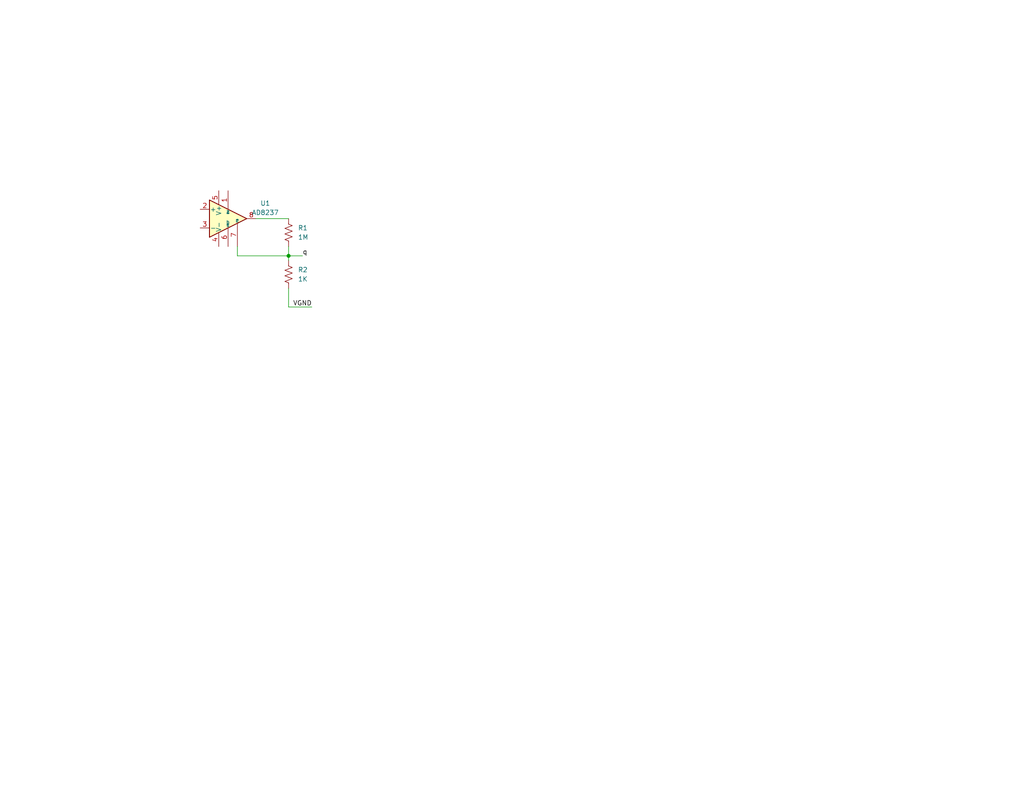
<source format=kicad_sch>
(kicad_sch (version 20230121) (generator eeschema)
  (paper "USLetter")
  (lib_symbols
    (symbol "Device:R_US" (pin_numbers hide) (pin_names (offset 0))
      (property "Reference" "R" (at 2.54 0 90))
      (property "Value" "R_US" (at -2.54 0 90))
      (symbol "R_US_0_1"
        (polyline (pts (xy 0 -2.286) (xy 0 -2.54)))
        (polyline (pts (xy 0 2.286) (xy 0 2.54)))
        (polyline (pts (xy 0 -0.762) (xy 1.016 -1.143) (xy 0 -1.524) (xy -1.016 -1.905) (xy 0 -2.286)))
        (polyline (pts (xy 0 0.762) (xy 1.016 0.381) (xy 0 0) (xy -1.016 -0.381) (xy 0 -0.762)))
        (polyline (pts (xy 0 2.286) (xy 1.016 1.905) (xy 0 1.524) (xy -1.016 1.143) (xy 0 0.762)))
      )
      (symbol "R_US_1_1"
        (pin passive line (at 0 3.81 270) (length 1.27) (name "~") (number "1"))
        (pin passive line (at 0 -3.81 90) (length 1.27) (name "~") (number "2"))
      )
    )
    (symbol "Senior_Project_Library:AD8237" (pin_names (offset 0.127))
      (property "Reference" "U" (at 3.81 3.175 0))
      (property "Value" "AD8237" (at 3.81 -3.175 0))
      (symbol "AD8237_0_1"
        (polyline (pts (xy 5.08 0) (xy -5.08 5.08) (xy -5.08 -5.08) (xy 5.08 0)) (stroke (width 0.254)) (fill (type background)))
      )
      (symbol "AD8237_1_1"
        (pin passive line (at 0 7.62 270) (length 5.08) (name "BW") (number "1"))
        (pin input line (at -7.62 2.54 0) (length 2.54) (name "+") (number "2"))
        (pin input line (at -7.62 -2.54 0) (length 2.54) (name "-") (number "3"))
        (pin power_in line (at -2.54 -7.62 90) (length 3.81) (name "V-") (number "4"))
        (pin power_in line (at -2.54 7.62 270) (length 3.81) (name "V+") (number "5"))
        (pin passive line (at 0 -7.62 90) (length 5.08) (name "VREF") (number "6"))
        (pin passive line (at 2.54 -7.62 90) (length 6.35) (name "FB") (number "7"))
        (pin output line (at 7.62 0 180) (length 2.54) (name "~") (number "8"))
      )
    )
  )
  (junction (at 78.74 69.85))
  (wire (pts (xy 78.74 83.82) (xy 78.74 78.74)))
  (wire (pts (xy 85.09 83.82) (xy 78.74 83.82)))
  (wire (pts (xy 69.85 59.69) (xy 78.74 59.69)))
  (wire (pts (xy 78.74 69.85) (xy 78.74 71.12)))
  (wire (pts (xy 78.74 67.31) (xy 78.74 69.85)))
  (wire (pts (xy 64.77 69.85) (xy 64.77 67.31)))
  (wire (pts (xy 78.74 69.85) (xy 82.55 69.85)))
  (wire (pts (xy 64.77 69.85) (xy 78.74 69.85)))
  (label "VGND" (at 85.09 83.82 180))
  (label "q" (at 82.55 69.85 0))
  (symbol (lib_id "Device:R_US") (at 78.74 74.93 0) (unit 1)
    (property "Reference" "R2" (at 81.28 73.66 0) (effects (justify left)))
    (property "Value" "1K" (at 81.28 76.2 0) (effects (justify left)))
  )
  (symbol (lib_id "Senior_Project_Library:AD8237") (at 62.23 59.69 0) (unit 1)
    (property "Reference" "U1" (at 72.39 55.4991 0))
    (property "Value" "AD8237" (at 72.39 58.0391 0))
    (property "Datasheet" "https://www.analog.com/media/en/technical-documentation/data-sheets/AD8237.pdf" (effects hide))
  )
  (symbol (lib_id "Device:R_US") (at 78.74 63.5 0) (unit 1)
    (property "Reference" "R1" (at 81.28 62.23 0) (effects (justify left)))
    (property "Value" "1M" (at 81.28 64.77 0) (effects (justify left)))
  )
)
</source>
